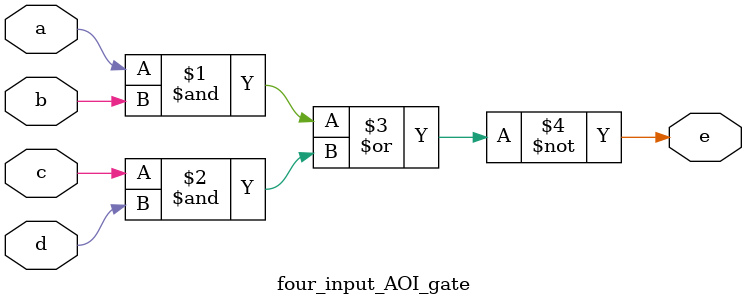
<source format=v>
`timescale 1ns / 1ps


module four_input_AOI_gate(
    input a, b, c, d,
    output e
    );
    assign e = ~((a&b)|(c&d));
endmodule

</source>
